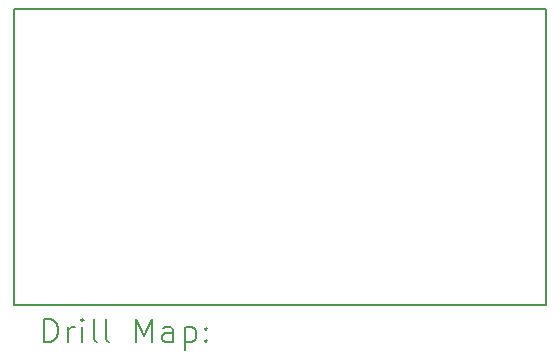
<source format=gbr>
%TF.GenerationSoftware,KiCad,Pcbnew,7.0.10-7.0.10~ubuntu20.04.1*%
%TF.CreationDate,2024-06-13T18:01:48-03:00*%
%TF.ProjectId,Condicionamento_compacto_V01a,436f6e64-6963-4696-9f6e-616d656e746f,rev?*%
%TF.SameCoordinates,Original*%
%TF.FileFunction,Drillmap*%
%TF.FilePolarity,Positive*%
%FSLAX45Y45*%
G04 Gerber Fmt 4.5, Leading zero omitted, Abs format (unit mm)*
G04 Created by KiCad (PCBNEW 7.0.10-7.0.10~ubuntu20.04.1) date 2024-06-13 18:01:48*
%MOMM*%
%LPD*%
G01*
G04 APERTURE LIST*
%ADD10C,0.150000*%
%ADD11C,0.200000*%
G04 APERTURE END LIST*
D10*
X12210000Y-8510000D02*
X16710000Y-8510000D01*
X16710000Y-8510000D02*
X16710000Y-11010000D01*
X12210000Y-11010000D02*
X16710000Y-11010000D01*
X12210000Y-8510000D02*
X12210000Y-11010000D01*
D11*
X12463277Y-11328984D02*
X12463277Y-11128984D01*
X12463277Y-11128984D02*
X12510896Y-11128984D01*
X12510896Y-11128984D02*
X12539467Y-11138508D01*
X12539467Y-11138508D02*
X12558515Y-11157555D01*
X12558515Y-11157555D02*
X12568039Y-11176603D01*
X12568039Y-11176603D02*
X12577562Y-11214698D01*
X12577562Y-11214698D02*
X12577562Y-11243269D01*
X12577562Y-11243269D02*
X12568039Y-11281365D01*
X12568039Y-11281365D02*
X12558515Y-11300412D01*
X12558515Y-11300412D02*
X12539467Y-11319460D01*
X12539467Y-11319460D02*
X12510896Y-11328984D01*
X12510896Y-11328984D02*
X12463277Y-11328984D01*
X12663277Y-11328984D02*
X12663277Y-11195650D01*
X12663277Y-11233746D02*
X12672801Y-11214698D01*
X12672801Y-11214698D02*
X12682324Y-11205174D01*
X12682324Y-11205174D02*
X12701372Y-11195650D01*
X12701372Y-11195650D02*
X12720420Y-11195650D01*
X12787086Y-11328984D02*
X12787086Y-11195650D01*
X12787086Y-11128984D02*
X12777562Y-11138508D01*
X12777562Y-11138508D02*
X12787086Y-11148031D01*
X12787086Y-11148031D02*
X12796610Y-11138508D01*
X12796610Y-11138508D02*
X12787086Y-11128984D01*
X12787086Y-11128984D02*
X12787086Y-11148031D01*
X12910896Y-11328984D02*
X12891848Y-11319460D01*
X12891848Y-11319460D02*
X12882324Y-11300412D01*
X12882324Y-11300412D02*
X12882324Y-11128984D01*
X13015658Y-11328984D02*
X12996610Y-11319460D01*
X12996610Y-11319460D02*
X12987086Y-11300412D01*
X12987086Y-11300412D02*
X12987086Y-11128984D01*
X13244229Y-11328984D02*
X13244229Y-11128984D01*
X13244229Y-11128984D02*
X13310896Y-11271841D01*
X13310896Y-11271841D02*
X13377562Y-11128984D01*
X13377562Y-11128984D02*
X13377562Y-11328984D01*
X13558515Y-11328984D02*
X13558515Y-11224222D01*
X13558515Y-11224222D02*
X13548991Y-11205174D01*
X13548991Y-11205174D02*
X13529943Y-11195650D01*
X13529943Y-11195650D02*
X13491848Y-11195650D01*
X13491848Y-11195650D02*
X13472801Y-11205174D01*
X13558515Y-11319460D02*
X13539467Y-11328984D01*
X13539467Y-11328984D02*
X13491848Y-11328984D01*
X13491848Y-11328984D02*
X13472801Y-11319460D01*
X13472801Y-11319460D02*
X13463277Y-11300412D01*
X13463277Y-11300412D02*
X13463277Y-11281365D01*
X13463277Y-11281365D02*
X13472801Y-11262317D01*
X13472801Y-11262317D02*
X13491848Y-11252793D01*
X13491848Y-11252793D02*
X13539467Y-11252793D01*
X13539467Y-11252793D02*
X13558515Y-11243269D01*
X13653753Y-11195650D02*
X13653753Y-11395650D01*
X13653753Y-11205174D02*
X13672801Y-11195650D01*
X13672801Y-11195650D02*
X13710896Y-11195650D01*
X13710896Y-11195650D02*
X13729943Y-11205174D01*
X13729943Y-11205174D02*
X13739467Y-11214698D01*
X13739467Y-11214698D02*
X13748991Y-11233746D01*
X13748991Y-11233746D02*
X13748991Y-11290888D01*
X13748991Y-11290888D02*
X13739467Y-11309936D01*
X13739467Y-11309936D02*
X13729943Y-11319460D01*
X13729943Y-11319460D02*
X13710896Y-11328984D01*
X13710896Y-11328984D02*
X13672801Y-11328984D01*
X13672801Y-11328984D02*
X13653753Y-11319460D01*
X13834705Y-11309936D02*
X13844229Y-11319460D01*
X13844229Y-11319460D02*
X13834705Y-11328984D01*
X13834705Y-11328984D02*
X13825182Y-11319460D01*
X13825182Y-11319460D02*
X13834705Y-11309936D01*
X13834705Y-11309936D02*
X13834705Y-11328984D01*
X13834705Y-11205174D02*
X13844229Y-11214698D01*
X13844229Y-11214698D02*
X13834705Y-11224222D01*
X13834705Y-11224222D02*
X13825182Y-11214698D01*
X13825182Y-11214698D02*
X13834705Y-11205174D01*
X13834705Y-11205174D02*
X13834705Y-11224222D01*
M02*

</source>
